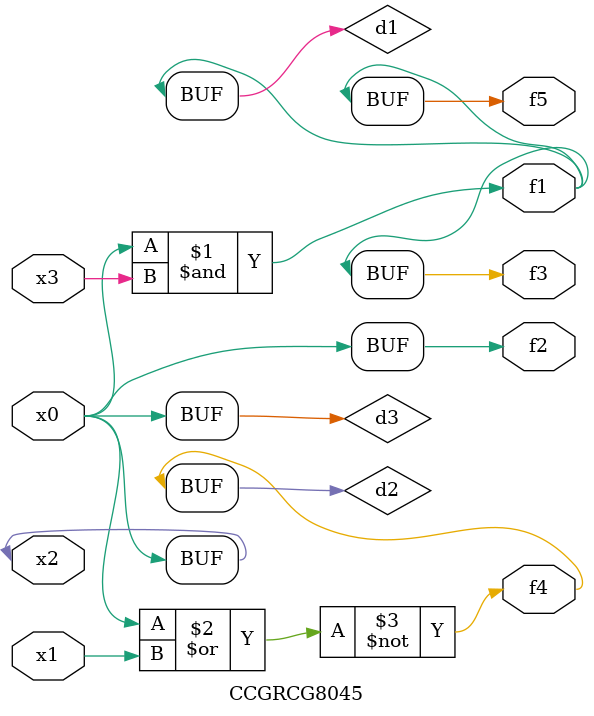
<source format=v>
module CCGRCG8045(
	input x0, x1, x2, x3,
	output f1, f2, f3, f4, f5
);

	wire d1, d2, d3;

	and (d1, x2, x3);
	nor (d2, x0, x1);
	buf (d3, x0, x2);
	assign f1 = d1;
	assign f2 = d3;
	assign f3 = d1;
	assign f4 = d2;
	assign f5 = d1;
endmodule

</source>
